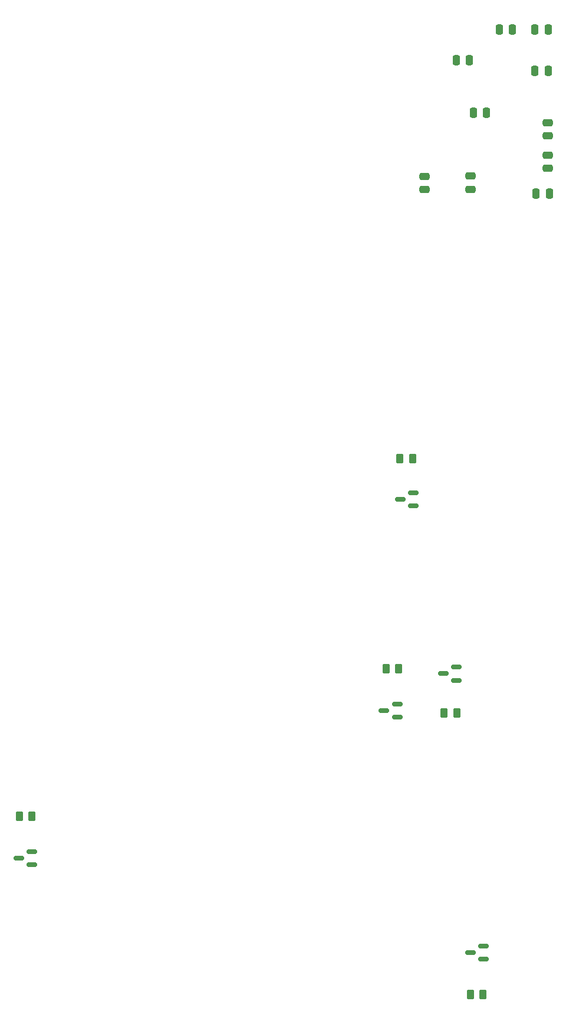
<source format=gbp>
G04 #@! TF.GenerationSoftware,KiCad,Pcbnew,8.0.5*
G04 #@! TF.CreationDate,2024-10-25T14:08:11-04:00*
G04 #@! TF.ProjectId,FULL BOARD,46554c4c-2042-44f4-9152-442e6b696361,rev?*
G04 #@! TF.SameCoordinates,Original*
G04 #@! TF.FileFunction,Paste,Bot*
G04 #@! TF.FilePolarity,Positive*
%FSLAX46Y46*%
G04 Gerber Fmt 4.6, Leading zero omitted, Abs format (unit mm)*
G04 Created by KiCad (PCBNEW 8.0.5) date 2024-10-25 14:08:11*
%MOMM*%
%LPD*%
G01*
G04 APERTURE LIST*
G04 Aperture macros list*
%AMRoundRect*
0 Rectangle with rounded corners*
0 $1 Rounding radius*
0 $2 $3 $4 $5 $6 $7 $8 $9 X,Y pos of 4 corners*
0 Add a 4 corners polygon primitive as box body*
4,1,4,$2,$3,$4,$5,$6,$7,$8,$9,$2,$3,0*
0 Add four circle primitives for the rounded corners*
1,1,$1+$1,$2,$3*
1,1,$1+$1,$4,$5*
1,1,$1+$1,$6,$7*
1,1,$1+$1,$8,$9*
0 Add four rect primitives between the rounded corners*
20,1,$1+$1,$2,$3,$4,$5,0*
20,1,$1+$1,$4,$5,$6,$7,0*
20,1,$1+$1,$6,$7,$8,$9,0*
20,1,$1+$1,$8,$9,$2,$3,0*%
G04 Aperture macros list end*
%ADD10RoundRect,0.150000X0.587500X0.150000X-0.587500X0.150000X-0.587500X-0.150000X0.587500X-0.150000X0*%
%ADD11RoundRect,0.250000X0.250000X0.475000X-0.250000X0.475000X-0.250000X-0.475000X0.250000X-0.475000X0*%
%ADD12RoundRect,0.250000X-0.262500X-0.450000X0.262500X-0.450000X0.262500X0.450000X-0.262500X0.450000X0*%
%ADD13RoundRect,0.250000X-0.475000X0.250000X-0.475000X-0.250000X0.475000X-0.250000X0.475000X0.250000X0*%
%ADD14RoundRect,0.250000X-0.250000X-0.475000X0.250000X-0.475000X0.250000X0.475000X-0.250000X0.475000X0*%
%ADD15RoundRect,0.250000X0.262500X0.450000X-0.262500X0.450000X-0.262500X-0.450000X0.262500X-0.450000X0*%
%ADD16RoundRect,0.250000X0.475000X-0.250000X0.475000X0.250000X-0.475000X0.250000X-0.475000X-0.250000X0*%
G04 APERTURE END LIST*
D10*
X160297500Y-155660000D03*
X160297500Y-157560000D03*
X158422500Y-156610000D03*
D11*
X179850000Y-112740000D03*
X177950000Y-112740000D03*
D12*
X168475000Y-227660000D03*
X170300000Y-227660000D03*
D13*
X161950000Y-110250000D03*
X161950000Y-112150000D03*
D14*
X168910000Y-101100000D03*
X170810000Y-101100000D03*
X177780000Y-89180000D03*
X179680000Y-89180000D03*
D13*
X179620000Y-102550000D03*
X179620000Y-104450000D03*
D10*
X105500000Y-207120000D03*
X105500000Y-209020000D03*
X103625000Y-208070000D03*
D13*
X179620000Y-107210000D03*
X179620000Y-109110000D03*
D12*
X156380000Y-180920000D03*
X158205000Y-180920000D03*
D10*
X170355000Y-220650000D03*
X170355000Y-222550000D03*
X168480000Y-221600000D03*
D14*
X166450000Y-93600000D03*
X168350000Y-93600000D03*
D12*
X103710000Y-202050000D03*
X105535000Y-202050000D03*
D10*
X166515000Y-180640000D03*
X166515000Y-182540000D03*
X164640000Y-181590000D03*
D15*
X160182500Y-150730000D03*
X158357500Y-150730000D03*
D11*
X174560000Y-89200000D03*
X172660000Y-89200000D03*
D10*
X157985000Y-185950000D03*
X157985000Y-187850000D03*
X156110000Y-186900000D03*
D14*
X177780000Y-95160000D03*
X179680000Y-95160000D03*
D12*
X164712500Y-187240000D03*
X166537500Y-187240000D03*
D16*
X168510000Y-112130000D03*
X168510000Y-110230000D03*
M02*

</source>
